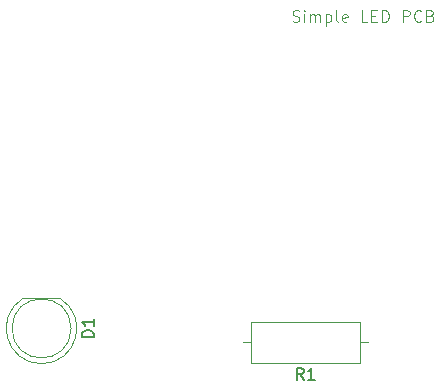
<source format=gbr>
%TF.GenerationSoftware,KiCad,Pcbnew,8.0.5*%
%TF.CreationDate,2024-10-15T13:11:44-04:00*%
%TF.ProjectId,kicad-tutorial,6b696361-642d-4747-9574-6f7269616c2e,0*%
%TF.SameCoordinates,Original*%
%TF.FileFunction,Legend,Top*%
%TF.FilePolarity,Positive*%
%FSLAX46Y46*%
G04 Gerber Fmt 4.6, Leading zero omitted, Abs format (unit mm)*
G04 Created by KiCad (PCBNEW 8.0.5) date 2024-10-15 13:11:44*
%MOMM*%
%LPD*%
G01*
G04 APERTURE LIST*
%ADD10C,0.100000*%
%ADD11C,0.150000*%
%ADD12C,0.120000*%
G04 APERTURE END LIST*
D10*
X157256265Y-71824800D02*
X157399122Y-71872419D01*
X157399122Y-71872419D02*
X157637217Y-71872419D01*
X157637217Y-71872419D02*
X157732455Y-71824800D01*
X157732455Y-71824800D02*
X157780074Y-71777180D01*
X157780074Y-71777180D02*
X157827693Y-71681942D01*
X157827693Y-71681942D02*
X157827693Y-71586704D01*
X157827693Y-71586704D02*
X157780074Y-71491466D01*
X157780074Y-71491466D02*
X157732455Y-71443847D01*
X157732455Y-71443847D02*
X157637217Y-71396228D01*
X157637217Y-71396228D02*
X157446741Y-71348609D01*
X157446741Y-71348609D02*
X157351503Y-71300990D01*
X157351503Y-71300990D02*
X157303884Y-71253371D01*
X157303884Y-71253371D02*
X157256265Y-71158133D01*
X157256265Y-71158133D02*
X157256265Y-71062895D01*
X157256265Y-71062895D02*
X157303884Y-70967657D01*
X157303884Y-70967657D02*
X157351503Y-70920038D01*
X157351503Y-70920038D02*
X157446741Y-70872419D01*
X157446741Y-70872419D02*
X157684836Y-70872419D01*
X157684836Y-70872419D02*
X157827693Y-70920038D01*
X158256265Y-71872419D02*
X158256265Y-71205752D01*
X158256265Y-70872419D02*
X158208646Y-70920038D01*
X158208646Y-70920038D02*
X158256265Y-70967657D01*
X158256265Y-70967657D02*
X158303884Y-70920038D01*
X158303884Y-70920038D02*
X158256265Y-70872419D01*
X158256265Y-70872419D02*
X158256265Y-70967657D01*
X158732455Y-71872419D02*
X158732455Y-71205752D01*
X158732455Y-71300990D02*
X158780074Y-71253371D01*
X158780074Y-71253371D02*
X158875312Y-71205752D01*
X158875312Y-71205752D02*
X159018169Y-71205752D01*
X159018169Y-71205752D02*
X159113407Y-71253371D01*
X159113407Y-71253371D02*
X159161026Y-71348609D01*
X159161026Y-71348609D02*
X159161026Y-71872419D01*
X159161026Y-71348609D02*
X159208645Y-71253371D01*
X159208645Y-71253371D02*
X159303883Y-71205752D01*
X159303883Y-71205752D02*
X159446740Y-71205752D01*
X159446740Y-71205752D02*
X159541979Y-71253371D01*
X159541979Y-71253371D02*
X159589598Y-71348609D01*
X159589598Y-71348609D02*
X159589598Y-71872419D01*
X160065788Y-71205752D02*
X160065788Y-72205752D01*
X160065788Y-71253371D02*
X160161026Y-71205752D01*
X160161026Y-71205752D02*
X160351502Y-71205752D01*
X160351502Y-71205752D02*
X160446740Y-71253371D01*
X160446740Y-71253371D02*
X160494359Y-71300990D01*
X160494359Y-71300990D02*
X160541978Y-71396228D01*
X160541978Y-71396228D02*
X160541978Y-71681942D01*
X160541978Y-71681942D02*
X160494359Y-71777180D01*
X160494359Y-71777180D02*
X160446740Y-71824800D01*
X160446740Y-71824800D02*
X160351502Y-71872419D01*
X160351502Y-71872419D02*
X160161026Y-71872419D01*
X160161026Y-71872419D02*
X160065788Y-71824800D01*
X161113407Y-71872419D02*
X161018169Y-71824800D01*
X161018169Y-71824800D02*
X160970550Y-71729561D01*
X160970550Y-71729561D02*
X160970550Y-70872419D01*
X161875312Y-71824800D02*
X161780074Y-71872419D01*
X161780074Y-71872419D02*
X161589598Y-71872419D01*
X161589598Y-71872419D02*
X161494360Y-71824800D01*
X161494360Y-71824800D02*
X161446741Y-71729561D01*
X161446741Y-71729561D02*
X161446741Y-71348609D01*
X161446741Y-71348609D02*
X161494360Y-71253371D01*
X161494360Y-71253371D02*
X161589598Y-71205752D01*
X161589598Y-71205752D02*
X161780074Y-71205752D01*
X161780074Y-71205752D02*
X161875312Y-71253371D01*
X161875312Y-71253371D02*
X161922931Y-71348609D01*
X161922931Y-71348609D02*
X161922931Y-71443847D01*
X161922931Y-71443847D02*
X161446741Y-71539085D01*
X163589598Y-71872419D02*
X163113408Y-71872419D01*
X163113408Y-71872419D02*
X163113408Y-70872419D01*
X163922932Y-71348609D02*
X164256265Y-71348609D01*
X164399122Y-71872419D02*
X163922932Y-71872419D01*
X163922932Y-71872419D02*
X163922932Y-70872419D01*
X163922932Y-70872419D02*
X164399122Y-70872419D01*
X164827694Y-71872419D02*
X164827694Y-70872419D01*
X164827694Y-70872419D02*
X165065789Y-70872419D01*
X165065789Y-70872419D02*
X165208646Y-70920038D01*
X165208646Y-70920038D02*
X165303884Y-71015276D01*
X165303884Y-71015276D02*
X165351503Y-71110514D01*
X165351503Y-71110514D02*
X165399122Y-71300990D01*
X165399122Y-71300990D02*
X165399122Y-71443847D01*
X165399122Y-71443847D02*
X165351503Y-71634323D01*
X165351503Y-71634323D02*
X165303884Y-71729561D01*
X165303884Y-71729561D02*
X165208646Y-71824800D01*
X165208646Y-71824800D02*
X165065789Y-71872419D01*
X165065789Y-71872419D02*
X164827694Y-71872419D01*
X166589599Y-71872419D02*
X166589599Y-70872419D01*
X166589599Y-70872419D02*
X166970551Y-70872419D01*
X166970551Y-70872419D02*
X167065789Y-70920038D01*
X167065789Y-70920038D02*
X167113408Y-70967657D01*
X167113408Y-70967657D02*
X167161027Y-71062895D01*
X167161027Y-71062895D02*
X167161027Y-71205752D01*
X167161027Y-71205752D02*
X167113408Y-71300990D01*
X167113408Y-71300990D02*
X167065789Y-71348609D01*
X167065789Y-71348609D02*
X166970551Y-71396228D01*
X166970551Y-71396228D02*
X166589599Y-71396228D01*
X168161027Y-71777180D02*
X168113408Y-71824800D01*
X168113408Y-71824800D02*
X167970551Y-71872419D01*
X167970551Y-71872419D02*
X167875313Y-71872419D01*
X167875313Y-71872419D02*
X167732456Y-71824800D01*
X167732456Y-71824800D02*
X167637218Y-71729561D01*
X167637218Y-71729561D02*
X167589599Y-71634323D01*
X167589599Y-71634323D02*
X167541980Y-71443847D01*
X167541980Y-71443847D02*
X167541980Y-71300990D01*
X167541980Y-71300990D02*
X167589599Y-71110514D01*
X167589599Y-71110514D02*
X167637218Y-71015276D01*
X167637218Y-71015276D02*
X167732456Y-70920038D01*
X167732456Y-70920038D02*
X167875313Y-70872419D01*
X167875313Y-70872419D02*
X167970551Y-70872419D01*
X167970551Y-70872419D02*
X168113408Y-70920038D01*
X168113408Y-70920038D02*
X168161027Y-70967657D01*
X168922932Y-71348609D02*
X169065789Y-71396228D01*
X169065789Y-71396228D02*
X169113408Y-71443847D01*
X169113408Y-71443847D02*
X169161027Y-71539085D01*
X169161027Y-71539085D02*
X169161027Y-71681942D01*
X169161027Y-71681942D02*
X169113408Y-71777180D01*
X169113408Y-71777180D02*
X169065789Y-71824800D01*
X169065789Y-71824800D02*
X168970551Y-71872419D01*
X168970551Y-71872419D02*
X168589599Y-71872419D01*
X168589599Y-71872419D02*
X168589599Y-70872419D01*
X168589599Y-70872419D02*
X168922932Y-70872419D01*
X168922932Y-70872419D02*
X169018170Y-70920038D01*
X169018170Y-70920038D02*
X169065789Y-70967657D01*
X169065789Y-70967657D02*
X169113408Y-71062895D01*
X169113408Y-71062895D02*
X169113408Y-71158133D01*
X169113408Y-71158133D02*
X169065789Y-71253371D01*
X169065789Y-71253371D02*
X169018170Y-71300990D01*
X169018170Y-71300990D02*
X168922932Y-71348609D01*
X168922932Y-71348609D02*
X168589599Y-71348609D01*
D11*
X158183333Y-102174819D02*
X157850000Y-101698628D01*
X157611905Y-102174819D02*
X157611905Y-101174819D01*
X157611905Y-101174819D02*
X157992857Y-101174819D01*
X157992857Y-101174819D02*
X158088095Y-101222438D01*
X158088095Y-101222438D02*
X158135714Y-101270057D01*
X158135714Y-101270057D02*
X158183333Y-101365295D01*
X158183333Y-101365295D02*
X158183333Y-101508152D01*
X158183333Y-101508152D02*
X158135714Y-101603390D01*
X158135714Y-101603390D02*
X158088095Y-101651009D01*
X158088095Y-101651009D02*
X157992857Y-101698628D01*
X157992857Y-101698628D02*
X157611905Y-101698628D01*
X159135714Y-102174819D02*
X158564286Y-102174819D01*
X158850000Y-102174819D02*
X158850000Y-101174819D01*
X158850000Y-101174819D02*
X158754762Y-101317676D01*
X158754762Y-101317676D02*
X158659524Y-101412914D01*
X158659524Y-101412914D02*
X158564286Y-101460533D01*
X140414819Y-98559124D02*
X139414819Y-98559124D01*
X139414819Y-98559124D02*
X139414819Y-98321029D01*
X139414819Y-98321029D02*
X139462438Y-98178172D01*
X139462438Y-98178172D02*
X139557676Y-98082934D01*
X139557676Y-98082934D02*
X139652914Y-98035315D01*
X139652914Y-98035315D02*
X139843390Y-97987696D01*
X139843390Y-97987696D02*
X139986247Y-97987696D01*
X139986247Y-97987696D02*
X140176723Y-98035315D01*
X140176723Y-98035315D02*
X140271961Y-98082934D01*
X140271961Y-98082934D02*
X140367200Y-98178172D01*
X140367200Y-98178172D02*
X140414819Y-98321029D01*
X140414819Y-98321029D02*
X140414819Y-98559124D01*
X140414819Y-97035315D02*
X140414819Y-97606743D01*
X140414819Y-97321029D02*
X139414819Y-97321029D01*
X139414819Y-97321029D02*
X139557676Y-97416267D01*
X139557676Y-97416267D02*
X139652914Y-97511505D01*
X139652914Y-97511505D02*
X139700533Y-97606743D01*
D12*
%TO.C,R1*%
X153040000Y-99000000D02*
X153730000Y-99000000D01*
X153730000Y-97280000D02*
X153730000Y-100720000D01*
X153730000Y-100720000D02*
X162970000Y-100720000D01*
X162970000Y-97280000D02*
X153730000Y-97280000D01*
X162970000Y-100720000D02*
X162970000Y-97280000D01*
X163660000Y-99000000D02*
X162970000Y-99000000D01*
%TO.C,D1*%
X138500000Y-97821030D02*
G75*
G02*
X133500000Y-97821030I-2500000J0D01*
G01*
X133500000Y-97821030D02*
G75*
G02*
X138500000Y-97821030I2500000J0D01*
G01*
X136000462Y-100811030D02*
G75*
G02*
X134455170Y-95261030I-462J2990000D01*
G01*
X137544830Y-95261030D02*
G75*
G02*
X135999538Y-100811030I-1544830J-2560000D01*
G01*
X137545000Y-95261030D02*
X134455000Y-95261030D01*
%TD*%
M02*

</source>
